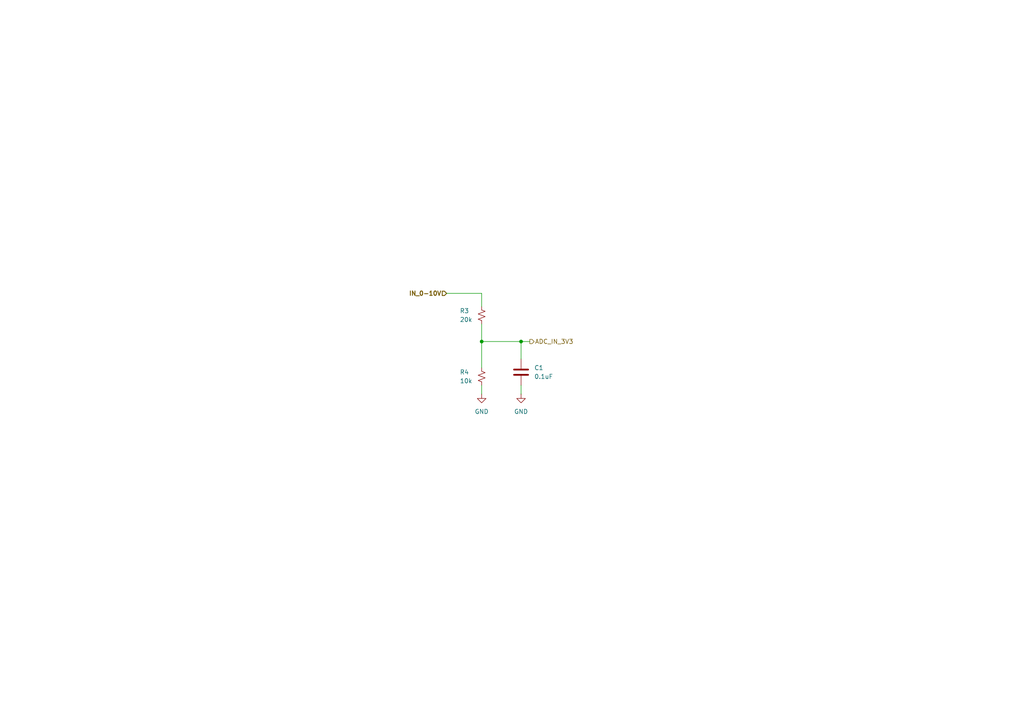
<source format=kicad_sch>
(kicad_sch (version 20250114) (generator "eeschema") (generator_version "9.0")
  (paper "A4")
  (lib_symbols
    (symbol "PCM_Capacitor_US_AKL:C_0603" (pin_numbers (hide yes)) (pin_names (offset 0.254))
      (property "Reference" "C" (at 0.635 2.54 0))
      (property "Value" "C_0603" (at 0.635 -2.54 0))
      (symbol "C_0603_0_1"
        (polyline (pts (xy -2.032 0.762) (xy 2.032 0.762)) (stroke (width 0.508)))
        (polyline (pts (xy -2.032 -0.762) (xy 2.032 -0.762)) (stroke (width 0.508)))
      )
      (symbol "C_0603_0_2"
        (polyline (pts (xy -2.54 -2.54) (xy -0.381 -0.381)))
        (polyline (pts (xy -0.508 -0.508) (xy -1.651 0.635)) (stroke (width 0.508)))
        (polyline (pts (xy -0.508 -0.508) (xy 0.635 -1.651)) (stroke (width 0.508)))
        (polyline (pts (xy 0.381 0.381) (xy 2.54 2.54)))
        (polyline (pts (xy 0.508 0.508) (xy -0.635 1.651)) (stroke (width 0.508)))
        (polyline (pts (xy 0.508 0.508) (xy 1.651 -0.635)) (stroke (width 0.508)))
      )
      (symbol "C_0603_1_1"
        (pin passive line (at 0 3.81 270) (length 2.794) (name "~") (number "1"))
        (pin passive line (at 0 -3.81 90) (length 2.794) (name "~") (number "2"))
      )
      (symbol "C_0603_1_2"
        (pin passive line (at -2.54 -2.54 90) (length 0) (name "~") (number "2"))
        (pin passive line (at 2.54 2.54 270) (length 0) (name "~") (number "1"))
      )
    )
    (symbol "PCM_SparkFun-Resistor:4.7k_0603" (pin_numbers (hide yes)) (pin_names (offset 0))
      (property "Reference" "R" (at 0 -2.54 0))
      (property "Value" "4.7k" (at 0 2.54 0))
      (symbol "4.7k_0603_0_1"
        (polyline (pts (xy -1.524 0) (xy -1.143 1.016) (xy -0.762 0) (xy -0.381 -1.016) (xy 0 0)))
        (polyline (pts (xy 0 0) (xy 0.381 1.016) (xy 0.762 0) (xy 1.143 -1.016) (xy 1.524 0)))
      )
      (symbol "4.7k_0603_1_1"
        (pin passive line (at -2.54 0 0) (length 1.016) (name "~") (number "1"))
        (pin passive line (at 2.54 0 180) (length 1.016) (name "~") (number "2"))
      )
    )
    (symbol "power:GND" (power) (pin_numbers (hide yes)) (pin_names (offset 0) (hide yes))
      (property "Value" "GND" (at 0 -3.81 0))
      (symbol "GND_0_1"
        (polyline (pts (xy 0 0) (xy 0 -1.27) (xy 1.27 -1.27) (xy 0 -2.54) (xy -1.27 -1.27) (xy 0 -1.27)))
      )
      (symbol "GND_1_1"
        (pin power_in line (at 0 0 270) (length 0) (name "~") (number "1"))
      )
    )
  )
  (junction (at 139.7 99.06))
  (junction (at 151.13 99.06))
  (wire (pts (xy 129.54 85.09) (xy 139.7 85.09)))
  (wire (pts (xy 139.7 111.76) (xy 139.7 114.3)))
  (wire (pts (xy 139.7 85.09) (xy 139.7 88.9)))
  (wire (pts (xy 151.13 104.14) (xy 151.13 99.06)))
  (wire (pts (xy 139.7 93.98) (xy 139.7 99.06)))
  (wire (pts (xy 151.13 99.06) (xy 153.67 99.06)))
  (wire (pts (xy 151.13 111.76) (xy 151.13 114.3)))
  (wire (pts (xy 139.7 99.06) (xy 139.7 106.68)))
  (wire (pts (xy 139.7 99.06) (xy 151.13 99.06)))
  (hierarchical_label "ADC_IN_3V3" (shape output) (at 153.67 99.06 0))
  (hierarchical_label "IN_0-10V" (shape input) (at 129.54 85.09 180) (effects (font (thickness 0.254) (bold yes))))
  (symbol (lib_id "power:GND") (at 139.7 114.3 0) (unit 1)
    (property "Reference" "#PWR09" (effects (hide yes)))
    (property "Value" "GND" (at 139.7 119.38 0))
    (property "Description" "Power symbol creates a global label with name \"GND\" , ground" (effects (hide yes)))
  )
  (symbol (lib_id "power:GND") (at 151.13 114.3 0) (unit 1)
    (property "Reference" "#PWR010" (effects (hide yes)))
    (property "Value" "GND" (at 151.13 119.38 0))
    (property "Description" "Power symbol creates a global label with name \"GND\" , ground" (effects (hide yes)))
  )
  (symbol (lib_id "PCM_SparkFun-Resistor:4.7k_0603") (at 139.7 91.44 90) (unit 1)
    (property "Reference" "R3" (at 133.35 90.17 90) (effects (justify right)))
    (property "Value" "20k" (at 133.35 92.71 90) (effects (justify right)))
    (property "Footprint" "PCM_SparkFun-Resistor:R_0603_1608Metric" (effects (hide yes)))
    (property "Datasheet" "https://www.vishay.com/docs/20035/dcrcwe3.pdf" (effects (hide yes)))
    (property "Description" "Resistor" (effects (hide yes)))
    (property "PROD_ID" "RES-07857" (effects (hide yes)))
    (property "LCSC" "C99782" (effects (hide yes)))
  )
  (symbol (lib_id "PCM_Capacitor_US_AKL:C_0603") (at 151.13 107.95 180) (unit 1)
    (property "Reference" "C1" (at 154.94 106.6799 0) (effects (justify right)))
    (property "Value" "0.1uF" (at 154.94 109.2199 0) (effects (justify right)))
    (property "Footprint" "PCM_Capacitor_SMD_AKL:C_0603_1608Metric" (effects (hide yes)))
    (property "Description" "SMD 0603 MLCC capacitor, Alternate KiCad Library" (effects (hide yes)))
    (property "LCSC" "C66501" (effects (hide yes)))
  )
  (symbol (lib_id "PCM_SparkFun-Resistor:4.7k_0603") (at 139.7 109.22 90) (unit 1)
    (property "Reference" "R4" (at 133.35 107.95 90) (effects (justify right)))
    (property "Value" "10k" (at 133.35 110.49 90) (effects (justify right)))
    (property "Footprint" "PCM_SparkFun-Resistor:R_0603_1608Metric" (effects (hide yes)))
    (property "Datasheet" "https://www.vishay.com/docs/20035/dcrcwe3.pdf" (effects (hide yes)))
    (property "Description" "Resistor" (effects (hide yes)))
    (property "PROD_ID" "RES-07857" (effects (hide yes)))
    (property "LCSC" "C99782" (effects (hide yes)))
  )
)
</source>
